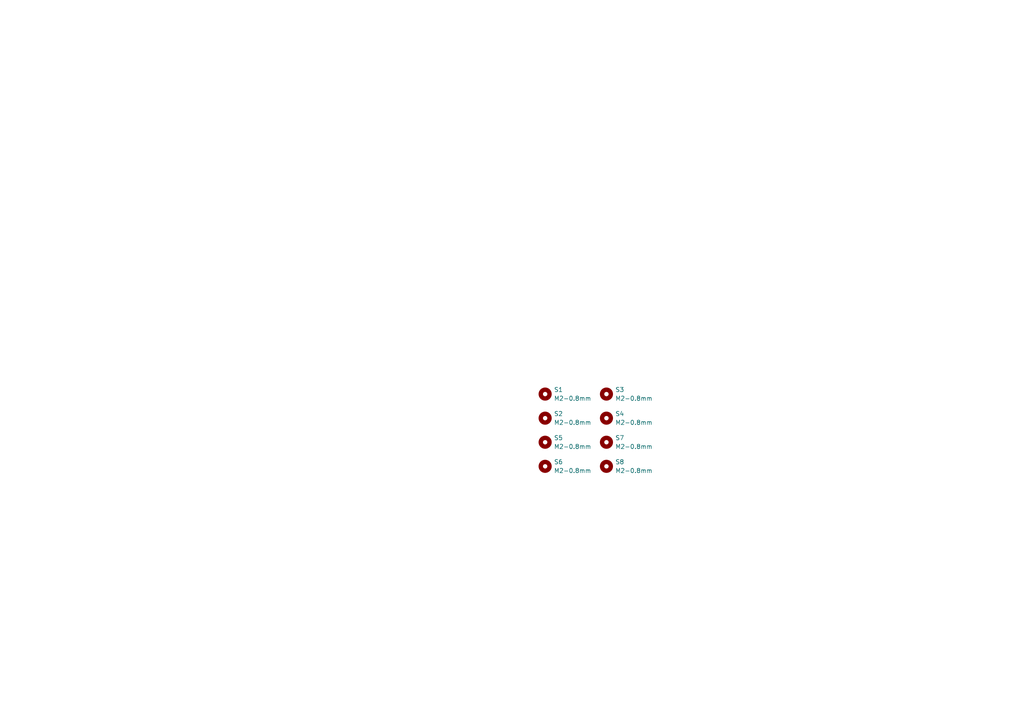
<source format=kicad_sch>
(kicad_sch (version 20230121) (generator eeschema)
  (paper "A4")
  (lib_symbols
    (symbol "Mechanical:MountingHole" (pin_names (offset 1.016))
      (property "Reference" "H" (at 0 5.08 0))
      (property "Value" "MountingHole" (at 0 3.175 0))
      (symbol "MountingHole_0_1"
        (circle (center 0 0) (radius 1.27) (stroke (width 1.27)))
      )
    )
  )
  (symbol (lib_id "Mechanical:MountingHole") (at 158.115 114.3 0) (unit 1)
    (property "Reference" "S1" (at 160.655 113.03 0) (effects (justify left)))
    (property "Value" "M2-0.8mm" (at 160.655 115.57 0) (effects (justify left)))
    (property "Footprint" "DreaM117er-keebLibrary:MAC8_TH0816-XX-M2-NPTHhole" (effects hide))
  )
  (symbol (lib_id "Mechanical:MountingHole") (at 175.895 114.3 0) (unit 1)
    (property "Reference" "S3" (at 178.435 113.03 0) (effects (justify left)))
    (property "Value" "M2-0.8mm" (at 178.435 115.57 0) (effects (justify left)))
    (property "Footprint" "DreaM117er-keebLibrary:MAC8_TH0816-XX-M2-NPTHhole" (effects hide))
  )
  (symbol (lib_id "Mechanical:MountingHole") (at 175.895 121.285 0) (unit 1)
    (property "Reference" "S4" (at 178.435 120.015 0) (effects (justify left)))
    (property "Value" "M2-0.8mm" (at 178.435 122.555 0) (effects (justify left)))
    (property "Footprint" "DreaM117er-keebLibrary:MAC8_TH0816-XX-M2-NPTHhole" (effects hide))
  )
  (symbol (lib_id "Mechanical:MountingHole") (at 175.895 135.255 0) (unit 1)
    (property "Reference" "S8" (at 178.435 133.985 0) (effects (justify left)))
    (property "Value" "M2-0.8mm" (at 178.435 136.525 0) (effects (justify left)))
    (property "Footprint" "DreaM117er-keebLibrary:MAC8_TH0816-XX-M2-NPTHhole" (effects hide))
  )
  (symbol (lib_id "Mechanical:MountingHole") (at 158.115 121.285 0) (unit 1)
    (property "Reference" "S2" (at 160.655 120.015 0) (effects (justify left)))
    (property "Value" "M2-0.8mm" (at 160.655 122.555 0) (effects (justify left)))
    (property "Footprint" "DreaM117er-keebLibrary:MAC8_TH0816-XX-M2-NPTHhole" (effects hide))
  )
  (symbol (lib_id "Mechanical:MountingHole") (at 158.115 128.27 0) (unit 1)
    (property "Reference" "S5" (at 160.655 127 0) (effects (justify left)))
    (property "Value" "M2-0.8mm" (at 160.655 129.54 0) (effects (justify left)))
    (property "Footprint" "DreaM117er-keebLibrary:MAC8_TH0816-XX-M2-NPTHhole" (effects hide))
  )
  (symbol (lib_id "Mechanical:MountingHole") (at 175.895 128.27 0) (unit 1)
    (property "Reference" "S7" (at 178.435 127 0) (effects (justify left)))
    (property "Value" "M2-0.8mm" (at 178.435 129.54 0) (effects (justify left)))
    (property "Footprint" "DreaM117er-keebLibrary:MAC8_TH0816-XX-M2-NPTHhole" (effects hide))
  )
  (symbol (lib_id "Mechanical:MountingHole") (at 158.115 135.255 0) (unit 1)
    (property "Reference" "S6" (at 160.655 133.985 0) (effects (justify left)))
    (property "Value" "M2-0.8mm" (at 160.655 136.525 0) (effects (justify left)))
    (property "Footprint" "DreaM117er-keebLibrary:MAC8_TH0816-XX-M2-NPTHhole" (effects hide))
  )
)
</source>
